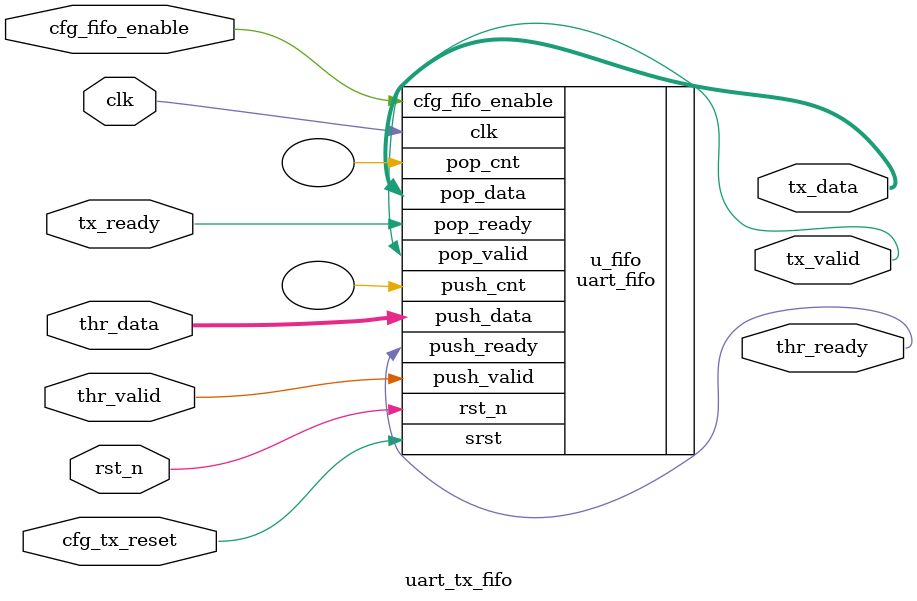
<source format=sv>
module uart_tx_fifo(
    input  logic        clk,
    input  logic        rst_n,
    // Push port
    input  logic        thr_valid,
    output logic        thr_ready,
    input  logic [7:0]  thr_data,
    // Pop port
    output logic        tx_valid,
    input  logic        tx_ready,
    output logic [7:0]  tx_data,
    // Configurations
    input  logic        cfg_fifo_enable,
    input  logic        cfg_tx_reset
);

    uart_fifo #(
        .WIDTH            (8)
    ) u_fifo(
        .clk              (clk),
        .rst_n            (rst_n),
        .srst             (cfg_tx_reset),
        .push_valid       (thr_valid),
        .push_ready       (thr_ready),
        .push_data        (thr_data),
        .pop_valid        (tx_valid),
        .pop_ready        (tx_ready),
        .pop_data         (tx_data),
        .push_cnt         (),
        .pop_cnt          (),
        .cfg_fifo_enable  (cfg_fifo_enable)
    );

endmodule

</source>
